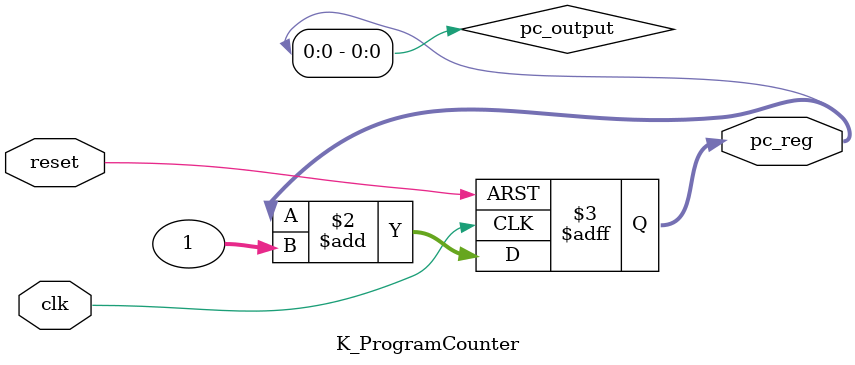
<source format=v>
module K_ProgramCounter (
  input clk,
  input reset,
  output reg [31:0] pc_reg
);



  always @(posedge clk or posedge reset) begin
    if (reset)
      pc_reg <= 32'b0;  // Reset the program counter to zero
    else
      pc_reg <= pc_reg + 1;  // Increment the program counter by 4 (for sequential execution)
  end

  assign pc_output = pc_reg;

endmodule


</source>
